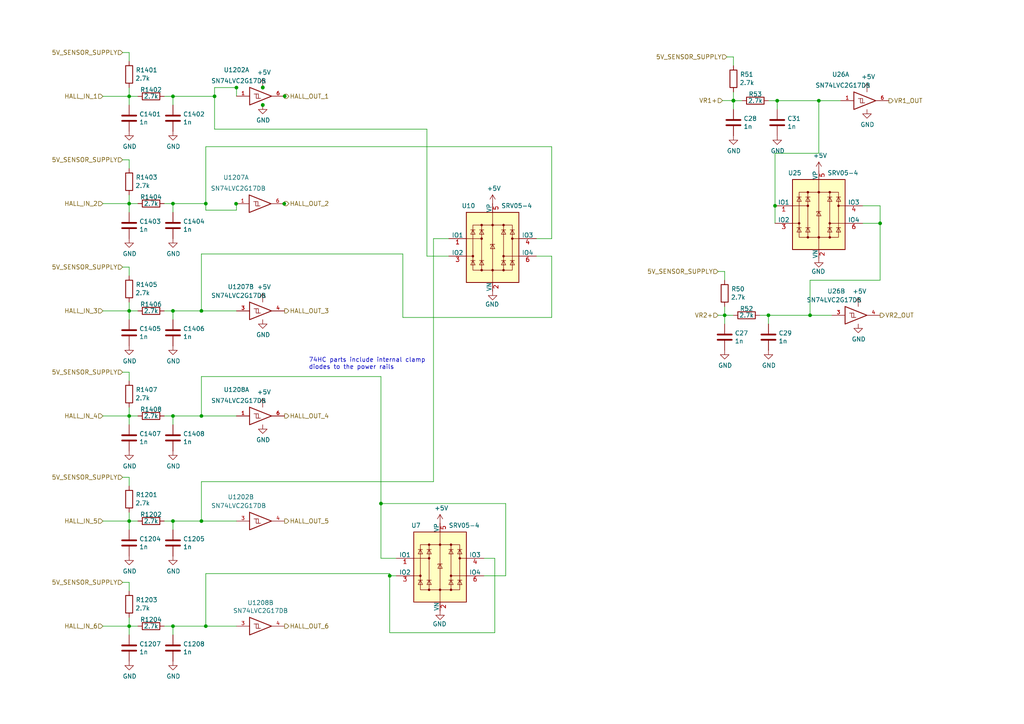
<source format=kicad_sch>
(kicad_sch (version 20211123) (generator eeschema)
  (paper "A4")
  (title_block (title "rusEfi Proteus") (date "2022-04-09") (rev "v0.7") (company "rusEFI") (comment 1 "github.com/mck1117/proteus") (comment 2 "rusefi.com/s/proteus"))
  (lib_symbols
    (symbol "74xGxx:74LVC2G17" (pin_names (offset 1.016))
      (property "Reference" "U" (at -2.54 3.81 0))
      (property "Value" "74LVC2G17" (at 0 -3.81 0))
      (symbol "74LVC2G17_0_1"
        (polyline (pts (xy -1.905 0.635) (xy -1.27 0.635) (xy -1.27 -0.635)))
        (polyline (pts (xy -3.81 2.54) (xy -3.81 -2.54) (xy 2.54 0) (xy -3.81 2.54)) (stroke (width 0.254)))
        (polyline (pts (xy -2.54 0.635) (xy -1.905 0.635) (xy -1.905 -0.635) (xy -0.635 -0.635)))
        (pin power_in line (at 0 -2.54 270) (length 0) hide (name "GND") (number "2"))
        (pin power_in line (at 0 2.54 90) (length 0) hide (name "VCC") (number "5"))
      )
      (symbol "74LVC2G17_1_1"
        (pin input line (at -7.62 0 0) (length 3.81) (name "~") (number "1"))
        (pin output line (at 6.35 0 180) (length 3.81) (name "~") (number "6"))
      )
      (symbol "74LVC2G17_2_1"
        (pin input line (at -7.62 0 0) (length 3.81) (name "~") (number "3"))
        (pin output line (at 6.35 0 180) (length 3.81) (name "~") (number "4"))
      )
    )
    (symbol "Device:C" (pin_numbers hide) (pin_names (offset 0.254))
      (property "Reference" "C" (at 0.635 2.54 0))
      (property "Value" "C" (at 0.635 -2.54 0))
      (symbol "C_0_1"
        (polyline (pts (xy -2.032 -0.762) (xy 2.032 -0.762)) (stroke (width 0.508)))
        (polyline (pts (xy -2.032 0.762) (xy 2.032 0.762)) (stroke (width 0.508)))
      )
      (symbol "C_1_1"
        (pin passive line (at 0 3.81 270) (length 2.794) (name "~") (number "1"))
        (pin passive line (at 0 -3.81 90) (length 2.794) (name "~") (number "2"))
      )
    )
    (symbol "Device:R" (pin_numbers hide) (pin_names (offset 0))
      (property "Reference" "R" (at 2.032 0 90))
      (property "Value" "R" (at 0 0 90))
      (symbol "R_0_1"
        (rectangle (start -1.016 -2.54) (end 1.016 2.54) (stroke (width 0.254)))
      )
      (symbol "R_1_1"
        (pin passive line (at 0 3.81 270) (length 1.27) (name "~") (number "1"))
        (pin passive line (at 0 -3.81 90) (length 1.27) (name "~") (number "2"))
      )
    )
    (symbol "Power_Protection:SRV05-4" (pin_names (offset 0))
      (property "Reference" "U" (at -5.08 11.43 0))
      (property "Value" "SRV05-4" (at 2.54 11.43 0))
      (symbol "SRV05-4_0_0"
        (rectangle (start -5.715 6.477) (end 5.715 -6.604))
        (polyline (pts (xy -3.175 -6.604) (xy -3.175 6.477)))
        (polyline (pts (xy 3.175 6.477) (xy 3.175 -6.604)))
      )
      (symbol "SRV05-4_0_1"
        (rectangle (start -7.62 10.16) (end 7.62 -10.16) (stroke (width 0.254)) (fill (type background)))
        (circle (center -5.715 -2.54) (radius 0.2794) (fill (type outline)))
        (circle (center -3.175 -6.604) (radius 0.2794) (fill (type outline)))
        (circle (center -3.175 2.54) (radius 0.2794) (fill (type outline)))
        (circle (center -3.175 6.477) (radius 0.2794) (fill (type outline)))
        (circle (center 0 -6.604) (radius 0.2794) (fill (type outline)))
        (polyline (pts (xy -7.747 2.54) (xy -3.175 2.54)))
        (polyline (pts (xy -7.62 -2.54) (xy -5.715 -2.54)))
        (polyline (pts (xy -5.08 -3.81) (xy -6.35 -3.81)))
        (polyline (pts (xy -5.08 5.08) (xy -6.35 5.08)))
        (polyline (pts (xy -2.54 -3.81) (xy -3.81 -3.81)))
        (polyline (pts (xy -2.54 5.08) (xy -3.81 5.08)))
        (polyline (pts (xy 0 10.16) (xy 0 -10.16)))
        (polyline (pts (xy 3.81 -3.81) (xy 2.54 -3.81)))
        (polyline (pts (xy 3.81 5.08) (xy 2.54 5.08)))
        (polyline (pts (xy 6.35 -3.81) (xy 5.08 -3.81)))
        (polyline (pts (xy 6.35 5.08) (xy 5.08 5.08)))
        (polyline (pts (xy 7.62 -2.54) (xy 3.175 -2.54)))
        (polyline (pts (xy 7.62 2.54) (xy 5.715 2.54)))
        (polyline (pts (xy 0.635 0.889) (xy -0.635 0.889) (xy -0.635 0.635)))
        (polyline (pts (xy -5.08 -5.08) (xy -6.35 -5.08) (xy -5.715 -3.81) (xy -5.08 -5.08)))
        (polyline (pts (xy -5.08 3.81) (xy -6.35 3.81) (xy -5.715 5.08) (xy -5.08 3.81)))
        (polyline (pts (xy -2.54 -5.08) (xy -3.81 -5.08) (xy -3.175 -3.81) (xy -2.54 -5.08)))
        (polyline (pts (xy -2.54 3.81) (xy -3.81 3.81) (xy -3.175 5.08) (xy -2.54 3.81)))
        (polyline (pts (xy 0.635 -0.381) (xy -0.635 -0.381) (xy 0 0.889) (xy 0.635 -0.381)))
        (polyline (pts (xy 3.81 -5.08) (xy 2.54 -5.08) (xy 3.175 -3.81) (xy 3.81 -5.08)))
        (polyline (pts (xy 3.81 3.81) (xy 2.54 3.81) (xy 3.175 5.08) (xy 3.81 3.81)))
        (polyline (pts (xy 6.35 -5.08) (xy 5.08 -5.08) (xy 5.715 -3.81) (xy 6.35 -5.08)))
        (polyline (pts (xy 6.35 3.81) (xy 5.08 3.81) (xy 5.715 5.08) (xy 6.35 3.81)))
        (circle (center 0 6.477) (radius 0.2794) (fill (type outline)))
        (circle (center 3.175 -6.604) (radius 0.2794) (fill (type outline)))
        (circle (center 3.175 -2.54) (radius 0.2794) (fill (type outline)))
        (circle (center 3.175 6.477) (radius 0.2794) (fill (type outline)))
        (circle (center 5.715 2.54) (radius 0.2794) (fill (type outline)))
      )
      (symbol "SRV05-4_1_1"
        (pin passive line (at -12.7 2.54 0) (length 5.08) (name "IO1") (number "1"))
        (pin passive line (at 0 -12.7 90) (length 2.54) (name "VN") (number "2"))
        (pin passive line (at -12.7 -2.54 0) (length 5.08) (name "IO2") (number "3"))
        (pin passive line (at 12.7 2.54 180) (length 5.08) (name "IO3") (number "4"))
        (pin passive line (at 0 12.7 270) (length 2.54) (name "VP") (number "5"))
        (pin passive line (at 12.7 -2.54 180) (length 5.08) (name "IO4") (number "6"))
      )
    )
    (symbol "power:+5V" (power) (pin_names (offset 0))
      (property "Value" "+5V" (at 0 3.556 0))
      (symbol "+5V_0_1"
        (polyline (pts (xy -0.762 1.27) (xy 0 2.54)))
        (polyline (pts (xy 0 0) (xy 0 2.54)))
        (polyline (pts (xy 0 2.54) (xy 0.762 1.27)))
      )
      (symbol "+5V_1_1"
        (pin power_in line (at 0 0 90) (length 0) hide (name "+5V") (number "1"))
      )
    )
    (symbol "power:GND" (power) (pin_names (offset 0))
      (property "Value" "GND" (at 0 -3.81 0))
      (symbol "GND_0_1"
        (polyline (pts (xy 0 0) (xy 0 -1.27) (xy 1.27 -1.27) (xy 0 -2.54) (xy -1.27 -1.27) (xy 0 -1.27)))
      )
      (symbol "GND_1_1"
        (pin power_in line (at 0 0 270) (length 0) hide (name "GND") (number "1"))
      )
    )
  )
  (junction (at 37.465 120.65))
  (junction (at 37.465 151.13))
  (junction (at 50.165 27.94))
  (junction (at 68.4657 59.093))
  (junction (at 50.165 90.17))
  (junction (at 37.465 181.61))
  (junction (at 212.725 29.1658))
  (junction (at 50.165 120.65))
  (junction (at 37.465 59.055))
  (junction (at 59.69 59.055))
  (junction (at 50.165 181.61))
  (junction (at 50.165 59.055))
  (junction (at 212.725 29.21))
  (junction (at 76.2217 30.4364))
  (junction (at 68.58 25.4))
  (junction (at 59.69 181.61))
  (junction (at 62.23 27.94))
  (junction (at 255.27 64.77))
  (junction (at 210.185 91.44))
  (junction (at 237.49 29.21))
  (junction (at 76.2217 25.3564))
  (junction (at 224.79 59.69))
  (junction (at 58.42 120.65))
  (junction (at 113.03 167.005))
  (junction (at 82.5717 27.8964))
  (junction (at 110.49 146.05))
  (junction (at 58.42 90.17))
  (junction (at 58.42 151.13))
  (junction (at 222.885 91.44))
  (junction (at 76.2 30.48))
  (junction (at 82.4357 59.093))
  (junction (at 234.95 91.44))
  (junction (at 225.425 29.21))
  (junction (at 76.2 25.4))
  (junction (at 50.165 151.13))
  (junction (at 37.465 90.17))
  (junction (at 37.465 27.94))
  (wire (pts (xy 68.6017 25.4) (xy 68.58 25.4)))
  (wire (pts (xy 58.42 120.65) (xy 68.58 120.65)))
  (wire (pts (xy 37.465 118.11) (xy 37.465 120.65)))
  (wire (pts (xy 208.28 78.74) (xy 210.185 78.74)))
  (wire (pts (xy 37.465 120.65) (xy 40.005 120.65)))
  (wire (pts (xy 212.725 29.1658) (xy 212.725 29.21)))
  (wire (pts (xy 113.03 167.005) (xy 113.03 183.515)))
  (wire (pts (xy 237.49 29.21) (xy 243.84 29.21)))
  (wire (pts (xy 225.425 29.21) (xy 222.885 29.21)))
  (wire (pts (xy 50.165 90.17) (xy 47.625 90.17)))
  (wire (pts (xy 29.845 27.94) (xy 37.465 27.94)))
  (wire (pts (xy 59.69 60.96) (xy 59.69 59.055)))
  (wire (pts (xy 35.56 138.43) (xy 37.465 138.43)))
  (wire (pts (xy 125.73 69.215) (xy 125.73 139.7)))
  (wire (pts (xy 50.165 151.13) (xy 50.165 153.67)))
  (wire (pts (xy 76.2 30.48) (xy 76.2 30.4364)))
  (wire (pts (xy 222.885 91.44) (xy 234.95 91.44)))
  (wire (pts (xy 143.51 161.925) (xy 140.335 161.925)))
  (wire (pts (xy 35.56 168.91) (xy 37.465 168.91)))
  (wire (pts (xy 76.2 25.4) (xy 76.2 25.3564)))
  (wire (pts (xy 210.185 91.44) (xy 212.725 91.44)))
  (wire (pts (xy 210.185 88.9) (xy 210.185 91.44)))
  (wire (pts (xy 37.465 181.61) (xy 40.005 181.61)))
  (wire (pts (xy 29.845 120.65) (xy 37.465 120.65)))
  (wire (pts (xy 113.03 166.37) (xy 113.03 167.005)))
  (wire (pts (xy 110.49 109.22) (xy 58.42 109.22)))
  (wire (pts (xy 82.55 27.94) (xy 82.55 27.8964)))
  (wire (pts (xy 29.845 59.055) (xy 37.465 59.055)))
  (wire (pts (xy 37.465 107.95) (xy 37.465 110.49)))
  (wire (pts (xy 37.465 87.63) (xy 37.465 90.17)))
  (wire (pts (xy 50.165 59.055) (xy 47.625 59.055)))
  (wire (pts (xy 114.935 161.925) (xy 110.49 161.925)))
  (wire (pts (xy 160.02 74.295) (xy 155.575 74.295)))
  (wire (pts (xy 255.27 64.77) (xy 255.27 81.28)))
  (wire (pts (xy 37.465 90.17) (xy 40.005 90.17)))
  (wire (pts (xy 37.465 153.67) (xy 37.465 151.13)))
  (wire (pts (xy 62.23 37.465) (xy 62.23 27.94)))
  (wire (pts (xy 123.825 37.465) (xy 123.825 74.295)))
  (wire (pts (xy 212.725 29.21) (xy 215.265 29.21)))
  (wire (pts (xy 50.165 181.61) (xy 47.625 181.61)))
  (wire (pts (xy 62.23 25.4) (xy 62.23 27.94)))
  (wire (pts (xy 50.165 27.94) (xy 62.23 27.94)))
  (wire (pts (xy 234.95 81.28) (xy 234.95 91.44)))
  (wire (pts (xy 58.42 139.7) (xy 125.73 139.7)))
  (wire (pts (xy 143.51 183.515) (xy 143.51 161.925)))
  (wire (pts (xy 58.42 90.17) (xy 68.58 90.17)))
  (wire (pts (xy 160.02 69.215) (xy 155.575 69.215)))
  (wire (pts (xy 50.165 181.61) (xy 50.165 184.15)))
  (wire (pts (xy 82.55 27.8964) (xy 82.5717 27.8964)))
  (wire (pts (xy 29.845 90.17) (xy 37.465 90.17)))
  (wire (pts (xy 68.58 59.093) (xy 68.4657 59.093)))
  (wire (pts (xy 37.465 148.59) (xy 37.465 151.13)))
  (wire (pts (xy 35.56 15.24) (xy 37.465 15.24)))
  (wire (pts (xy 146.685 167.005) (xy 146.685 146.05)))
  (wire (pts (xy 50.165 181.61) (xy 59.69 181.61)))
  (wire (pts (xy 59.69 60.96) (xy 68.58 60.96)))
  (wire (pts (xy 212.725 16.51) (xy 212.725 19.05)))
  (wire (pts (xy 255.27 64.77) (xy 255.27 59.69)))
  (wire (pts (xy 59.69 181.61) (xy 68.58 181.61)))
  (wire (pts (xy 50.165 59.055) (xy 59.69 59.055)))
  (wire (pts (xy 237.49 29.21) (xy 237.49 44.45)))
  (wire (pts (xy 125.73 69.215) (xy 130.175 69.215)))
  (wire (pts (xy 50.165 27.94) (xy 50.165 30.48)))
  (wire (pts (xy 234.95 91.44) (xy 241.3 91.44)))
  (wire (pts (xy 35.56 77.47) (xy 37.465 77.47)))
  (wire (pts (xy 113.03 167.005) (xy 114.935 167.005)))
  (wire (pts (xy 37.465 61.595) (xy 37.465 59.055)))
  (wire (pts (xy 37.465 151.13) (xy 40.005 151.13)))
  (wire (pts (xy 110.49 146.05) (xy 110.49 161.925)))
  (wire (pts (xy 224.79 59.69) (xy 224.79 64.77)))
  (wire (pts (xy 160.02 92.075) (xy 160.02 74.295)))
  (wire (pts (xy 82.4643 59.055) (xy 82.55 59.055)))
  (wire (pts (xy 58.42 73.66) (xy 58.42 90.17)))
  (wire (pts (xy 62.23 25.4) (xy 68.58 25.4)))
  (wire (pts (xy 50.165 90.17) (xy 58.42 90.17)))
  (wire (pts (xy 212.725 31.75) (xy 212.725 29.21)))
  (wire (pts (xy 29.845 151.13) (xy 37.465 151.13)))
  (wire (pts (xy 37.465 179.07) (xy 37.465 181.61)))
  (wire (pts (xy 76.2 25.3564) (xy 76.2217 25.3564)))
  (wire (pts (xy 208.28 91.44) (xy 210.185 91.44)))
  (wire (pts (xy 37.465 92.71) (xy 37.465 90.17)))
  (wire (pts (xy 110.49 109.22) (xy 110.49 146.05)))
  (wire (pts (xy 50.165 120.65) (xy 58.42 120.65)))
  (wire (pts (xy 50.165 90.17) (xy 50.165 92.71)))
  (wire (pts (xy 116.84 73.66) (xy 58.42 73.66)))
  (wire (pts (xy 116.84 92.075) (xy 160.02 92.075)))
  (wire (pts (xy 68.6017 27.8964) (xy 68.6017 25.4)))
  (wire (pts (xy 234.95 81.28) (xy 255.27 81.28)))
  (wire (pts (xy 37.465 184.15) (xy 37.465 181.61)))
  (wire (pts (xy 209.55 29.1658) (xy 212.725 29.1658)))
  (wire (pts (xy 37.465 59.055) (xy 40.005 59.055)))
  (wire (pts (xy 37.465 56.515) (xy 37.465 59.055)))
  (wire (pts (xy 50.165 59.055) (xy 50.165 61.595)))
  (wire (pts (xy 59.69 42.545) (xy 59.69 59.055)))
  (wire (pts (xy 222.885 91.44) (xy 220.345 91.44)))
  (wire (pts (xy 58.42 151.13) (xy 68.58 151.13)))
  (wire (pts (xy 225.425 29.21) (xy 225.425 31.75)))
  (wire (pts (xy 58.42 151.13) (xy 58.42 139.7)))
  (wire (pts (xy 68.58 60.96) (xy 68.58 59.093)))
  (wire (pts (xy 222.885 91.44) (xy 222.885 93.98)))
  (wire (pts (xy 37.465 138.43) (xy 37.465 140.97)))
  (wire (pts (xy 123.825 37.465) (xy 62.23 37.465)))
  (wire (pts (xy 146.685 146.05) (xy 110.49 146.05)))
  (wire (pts (xy 37.465 27.94) (xy 40.005 27.94)))
  (wire (pts (xy 76.2 30.4364) (xy 76.2217 30.4364)))
  (wire (pts (xy 255.27 59.69) (xy 250.19 59.69)))
  (wire (pts (xy 123.825 74.295) (xy 130.175 74.295)))
  (wire (pts (xy 59.69 166.37) (xy 113.03 166.37)))
  (wire (pts (xy 37.465 30.48) (xy 37.465 27.94)))
  (wire (pts (xy 212.725 26.67) (xy 212.725 29.1658)))
  (wire (pts (xy 29.845 181.61) (xy 37.465 181.61)))
  (wire (pts (xy 58.42 109.22) (xy 58.42 120.65)))
  (wire (pts (xy 37.465 15.24) (xy 37.465 17.78)))
  (wire (pts (xy 210.185 78.74) (xy 210.185 81.28)))
  (wire (pts (xy 210.82 16.51) (xy 212.725 16.51)))
  (wire (pts (xy 82.4357 59.093) (xy 82.4643 59.055)))
  (wire (pts (xy 50.165 151.13) (xy 47.625 151.13)))
  (wire (pts (xy 116.84 73.66) (xy 116.84 92.075)))
  (wire (pts (xy 50.165 27.94) (xy 47.625 27.94)))
  (wire (pts (xy 160.02 42.545) (xy 160.02 69.215)))
  (wire (pts (xy 224.79 44.45) (xy 237.49 44.45)))
  (wire (pts (xy 224.79 59.69) (xy 224.79 44.45)))
  (wire (pts (xy 35.56 46.355) (xy 37.465 46.355)))
  (wire (pts (xy 37.465 46.355) (xy 37.465 48.895)))
  (wire (pts (xy 140.335 167.005) (xy 146.685 167.005)))
  (wire (pts (xy 37.465 123.19) (xy 37.465 120.65)))
  (wire (pts (xy 225.425 29.21) (xy 237.49 29.21)))
  (wire (pts (xy 113.03 183.515) (xy 143.51 183.515)))
  (wire (pts (xy 250.19 64.77) (xy 255.27 64.77)))
  (wire (pts (xy 210.185 93.98) (xy 210.185 91.44)))
  (wire (pts (xy 35.56 107.95) (xy 37.465 107.95)))
  (wire (pts (xy 37.465 77.47) (xy 37.465 80.01)))
  (wire (pts (xy 37.465 25.4) (xy 37.465 27.94)))
  (wire (pts (xy 50.165 151.13) (xy 58.42 151.13)))
  (wire (pts (xy 37.465 168.91) (xy 37.465 171.45)))
  (wire (pts (xy 160.02 42.545) (xy 59.69 42.545)))
  (wire (pts (xy 50.165 120.65) (xy 50.165 123.19)))
  (wire (pts (xy 59.69 181.61) (xy 59.69 166.37)))
  (wire (pts (xy 50.165 120.65) (xy 47.625 120.65)))
  (text "74HC parts include internal clamp\ndiodes to the power rails\n" (at 89.535 107.315 0) (effects (font (size 1.27 1.27)) (justify left bottom)))
  (hierarchical_label "HALL_OUT_1" (shape output) (at 82.55 27.94 0))
  (hierarchical_label "5V_SENSOR_SUPPLY" (shape input) (at 35.56 107.95 180))
  (hierarchical_label "HALL_OUT_2" (shape output) (at 82.55 59.055 0))
  (hierarchical_label "5V_SENSOR_SUPPLY" (shape input) (at 35.56 138.43 180))
  (hierarchical_label "HALL_IN_6" (shape input) (at 29.845 181.61 180))
  (hierarchical_label "5V_SENSOR_SUPPLY" (shape input) (at 208.28 78.74 180))
  (hierarchical_label "HALL_OUT_5" (shape output) (at 82.55 151.13 0))
  (hierarchical_label "VR1+" (shape input) (at 209.55 29.1658 180))
  (hierarchical_label "HALL_IN_3" (shape input) (at 29.845 90.17 180))
  (hierarchical_label "HALL_OUT_3" (shape output) (at 82.55 90.17 0))
  (hierarchical_label "5V_SENSOR_SUPPLY" (shape input) (at 35.56 77.47 180))
  (hierarchical_label "5V_SENSOR_SUPPLY" (shape input) (at 35.56 15.24 180))
  (hierarchical_label "HALL_IN_2" (shape input) (at 29.845 59.055 180))
  (hierarchical_label "VR1_OUT" (shape output) (at 257.81 29.21 0))
  (hierarchical_label "HALL_IN_5" (shape input) (at 29.845 151.13 180))
  (hierarchical_label "VR2_OUT" (shape output) (at 255.27 91.44 0))
  (hierarchical_label "HALL_OUT_6" (shape output) (at 82.55 181.61 0))
  (hierarchical_label "5V_SENSOR_SUPPLY" (shape input) (at 35.56 168.91 180))
  (hierarchical_label "5V_SENSOR_SUPPLY" (shape input) (at 35.56 46.355 180))
  (hierarchical_label "HALL_OUT_4" (shape output) (at 82.55 120.65 0))
  (hierarchical_label "VR2+" (shape input) (at 208.28 91.44 180))
  (hierarchical_label "5V_SENSOR_SUPPLY" (shape input) (at 210.82 16.51 180))
  (hierarchical_label "HALL_IN_1" (shape input) (at 29.845 27.94 180))
  (hierarchical_label "HALL_IN_4" (shape input) (at 29.845 120.65 180))
  (symbol (lib_id "Device:R") (at 37.465 144.78 0) (unit 1)
    (property "Reference" "R1201" (at 39.37 143.51 0) (effects (justify left)))
    (property "Value" "2.7k" (at 39.243 145.923 0) (effects (justify left)))
    (property "Footprint" "Resistor_SMD:R_0603_1608Metric" (effects hide))
    (property "LCSC" "C13167" (effects hide))
    (property "LCSC_ext" "0" (effects hide))
  )
  (symbol (lib_id "Device:R") (at 43.815 151.13 270) (unit 1)
    (property "Reference" "R1202" (at 43.815 149.225 90))
    (property "Value" "2.7k" (at 43.815 151.13 90))
    (property "Footprint" "Resistor_SMD:R_0603_1608Metric" (effects hide))
    (property "LCSC" "C13167" (effects hide))
    (property "LCSC_ext" "0" (effects hide))
  )
  (symbol (lib_id "Device:C") (at 50.165 157.48 0) (unit 1)
    (property "Reference" "C1205" (at 53.086 156.3116 0) (effects (justify left)))
    (property "Value" "1n" (at 53.086 158.623 0) (effects (justify left)))
    (property "Footprint" "Capacitor_SMD:C_0603_1608Metric" (effects hide))
    (property "LCSC" "C1588" (effects hide))
    (property "LCSC_ext" "0" (effects hide))
  )
  (symbol (lib_id "power:GND") (at 50.165 161.29 0) (unit 1)
    (property "Reference" "#PWR0113" (effects hide))
    (property "Value" "GND" (at 50.292 165.6842 0))
  )
  (symbol (lib_id "Device:C") (at 37.465 157.48 0) (unit 1)
    (property "Reference" "C1204" (at 40.386 156.3116 0) (effects (justify left)))
    (property "Value" "1n" (at 40.386 158.623 0) (effects (justify left)))
    (property "Footprint" "Capacitor_SMD:C_0603_1608Metric" (effects hide))
    (property "LCSC" "C1588" (effects hide))
    (property "LCSC_ext" "0" (effects hide))
  )
  (symbol (lib_id "power:GND") (at 37.465 161.29 0) (unit 1)
    (property "Reference" "#PWR0115" (effects hide))
    (property "Value" "GND" (at 37.592 165.6842 0))
  )
  (symbol (lib_id "Device:R") (at 37.465 175.26 0) (unit 1)
    (property "Reference" "R1203" (at 39.37 173.99 0) (effects (justify left)))
    (property "Value" "2.7k" (at 39.243 176.403 0) (effects (justify left)))
    (property "Footprint" "Resistor_SMD:R_0603_1608Metric" (effects hide))
    (property "LCSC" "C13167" (effects hide))
    (property "LCSC_ext" "0" (effects hide))
  )
  (symbol (lib_id "Device:R") (at 43.815 181.61 270) (unit 1)
    (property "Reference" "R1204" (at 43.815 179.705 90))
    (property "Value" "2.7k" (at 43.815 181.61 90))
    (property "Footprint" "Resistor_SMD:R_0603_1608Metric" (effects hide))
    (property "LCSC" "C13167" (effects hide))
    (property "LCSC_ext" "0" (effects hide))
  )
  (symbol (lib_id "Device:C") (at 50.165 187.96 0) (unit 1)
    (property "Reference" "C1208" (at 53.086 186.7916 0) (effects (justify left)))
    (property "Value" "1n" (at 53.086 189.103 0) (effects (justify left)))
    (property "Footprint" "Capacitor_SMD:C_0603_1608Metric" (effects hide))
    (property "LCSC" "C1588" (effects hide))
    (property "LCSC_ext" "0" (effects hide))
  )
  (symbol (lib_id "power:GND") (at 50.165 191.77 0) (unit 1)
    (property "Reference" "#PWR0117" (effects hide))
    (property "Value" "GND" (at 50.292 196.1642 0))
  )
  (symbol (lib_id "Device:C") (at 37.465 187.96 0) (unit 1)
    (property "Reference" "C1207" (at 40.386 186.7916 0) (effects (justify left)))
    (property "Value" "1n" (at 40.386 189.103 0) (effects (justify left)))
    (property "Footprint" "Capacitor_SMD:C_0603_1608Metric" (effects hide))
    (property "LCSC" "C1588" (effects hide))
    (property "LCSC_ext" "0" (effects hide))
  )
  (symbol (lib_id "power:GND") (at 37.465 191.77 0) (unit 1)
    (property "Reference" "#PWR0119" (effects hide))
    (property "Value" "GND" (at 37.592 196.1642 0))
  )
  (symbol (lib_id "Device:R") (at 37.465 21.59 0) (unit 1)
    (property "Reference" "R1401" (at 39.37 20.32 0) (effects (justify left)))
    (property "Value" "2.7k" (at 39.243 22.733 0) (effects (justify left)))
    (property "Footprint" "Resistor_SMD:R_0603_1608Metric" (effects hide))
    (property "LCSC" "C13167" (effects hide))
    (property "LCSC_ext" "0" (effects hide))
  )
  (symbol (lib_id "Device:R") (at 43.815 27.94 270) (unit 1)
    (property "Reference" "R1402" (at 43.815 26.035 90))
    (property "Value" "2.7k" (at 43.815 27.94 90))
    (property "Footprint" "Resistor_SMD:R_0603_1608Metric" (effects hide))
    (property "LCSC" "C13167" (effects hide))
    (property "LCSC_ext" "0" (effects hide))
  )
  (symbol (lib_id "Device:C") (at 50.165 34.29 0) (unit 1)
    (property "Reference" "C1402" (at 53.086 33.1216 0) (effects (justify left)))
    (property "Value" "1n" (at 53.086 35.433 0) (effects (justify left)))
    (property "Footprint" "Capacitor_SMD:C_0603_1608Metric" (effects hide))
    (property "LCSC" "C1588" (effects hide))
    (property "LCSC_ext" "0" (effects hide))
  )
  (symbol (lib_id "power:GND") (at 50.165 38.1 0) (unit 1)
    (property "Reference" "#PWR01404" (effects hide))
    (property "Value" "GND" (at 50.292 42.4942 0))
  )
  (symbol (lib_id "Device:C") (at 37.465 34.29 0) (unit 1)
    (property "Reference" "C1401" (at 40.386 33.1216 0) (effects (justify left)))
    (property "Value" "1n" (at 40.386 35.433 0) (effects (justify left)))
    (property "Footprint" "Capacitor_SMD:C_0603_1608Metric" (effects hide))
    (property "LCSC" "C1588" (effects hide))
    (property "LCSC_ext" "0" (effects hide))
  )
  (symbol (lib_id "power:GND") (at 37.465 38.1 0) (unit 1)
    (property "Reference" "#PWR01403" (effects hide))
    (property "Value" "GND" (at 37.592 42.4942 0))
  )
  (symbol (lib_id "Device:R") (at 37.465 52.705 0) (unit 1)
    (property "Reference" "R1403" (at 39.37 51.435 0) (effects (justify left)))
    (property "Value" "2.7k" (at 39.243 53.848 0) (effects (justify left)))
    (property "Footprint" "Resistor_SMD:R_0603_1608Metric" (effects hide))
    (property "LCSC" "C13167" (effects hide))
    (property "LCSC_ext" "0" (effects hide))
  )
  (symbol (lib_id "Device:R") (at 43.815 59.055 270) (unit 1)
    (property "Reference" "R1404" (at 43.815 57.15 90))
    (property "Value" "2.7k" (at 43.815 59.055 90))
    (property "Footprint" "Resistor_SMD:R_0603_1608Metric" (effects hide))
    (property "LCSC" "C13167" (effects hide))
    (property "LCSC_ext" "0" (effects hide))
  )
  (symbol (lib_id "Device:C") (at 50.165 65.405 0) (unit 1)
    (property "Reference" "C1404" (at 53.086 64.2366 0) (effects (justify left)))
    (property "Value" "1n" (at 53.086 66.548 0) (effects (justify left)))
    (property "Footprint" "Capacitor_SMD:C_0603_1608Metric" (effects hide))
    (property "LCSC" "C1588" (effects hide))
    (property "LCSC_ext" "0" (effects hide))
  )
  (symbol (lib_id "power:GND") (at 50.165 69.215 0) (unit 1)
    (property "Reference" "#PWR01408" (effects hide))
    (property "Value" "GND" (at 50.292 73.6092 0))
  )
  (symbol (lib_id "Device:C") (at 37.465 65.405 0) (unit 1)
    (property "Reference" "C1403" (at 40.386 64.2366 0) (effects (justify left)))
    (property "Value" "1n" (at 40.386 66.548 0) (effects (justify left)))
    (property "Footprint" "Capacitor_SMD:C_0603_1608Metric" (effects hide))
    (property "LCSC" "C1588" (effects hide))
    (property "LCSC_ext" "0" (effects hide))
  )
  (symbol (lib_id "power:GND") (at 37.465 69.215 0) (unit 1)
    (property "Reference" "#PWR01407" (effects hide))
    (property "Value" "GND" (at 37.592 73.6092 0))
  )
  (symbol (lib_id "Device:R") (at 37.465 83.82 0) (unit 1)
    (property "Reference" "R1405" (at 39.37 82.55 0) (effects (justify left)))
    (property "Value" "2.7k" (at 39.243 84.963 0) (effects (justify left)))
    (property "Footprint" "Resistor_SMD:R_0603_1608Metric" (effects hide))
    (property "LCSC" "C13167" (effects hide))
    (property "LCSC_ext" "0" (effects hide))
  )
  (symbol (lib_id "Device:R") (at 43.815 90.17 270) (unit 1)
    (property "Reference" "R1406" (at 43.815 88.265 90))
    (property "Value" "2.7k" (at 43.815 90.17 90))
    (property "Footprint" "Resistor_SMD:R_0603_1608Metric" (effects hide))
    (property "LCSC" "C13167" (effects hide))
    (property "LCSC_ext" "0" (effects hide))
  )
  (symbol (lib_id "Device:C") (at 50.165 96.52 0) (unit 1)
    (property "Reference" "C1406" (at 53.086 95.3516 0) (effects (justify left)))
    (property "Value" "1n" (at 53.086 97.663 0) (effects (justify left)))
    (property "Footprint" "Capacitor_SMD:C_0603_1608Metric" (effects hide))
    (property "LCSC" "C1588" (effects hide))
    (property "LCSC_ext" "0" (effects hide))
  )
  (symbol (lib_id "power:GND") (at 50.165 100.33 0) (unit 1)
    (property "Reference" "#PWR01412" (effects hide))
    (property "Value" "GND" (at 50.292 104.7242 0))
  )
  (symbol (lib_id "Device:C") (at 37.465 96.52 0) (unit 1)
    (property "Reference" "C1405" (at 40.386 95.3516 0) (effects (justify left)))
    (property "Value" "1n" (at 40.386 97.663 0) (effects (justify left)))
    (property "Footprint" "Capacitor_SMD:C_0603_1608Metric" (effects hide))
    (property "LCSC" "C1588" (effects hide))
    (property "LCSC_ext" "0" (effects hide))
  )
  (symbol (lib_id "power:GND") (at 37.465 100.33 0) (unit 1)
    (property "Reference" "#PWR01411" (effects hide))
    (property "Value" "GND" (at 37.592 104.7242 0))
  )
  (symbol (lib_id "Device:R") (at 37.465 114.3 0) (unit 1)
    (property "Reference" "R1407" (at 39.37 113.03 0) (effects (justify left)))
    (property "Value" "2.7k" (at 39.243 115.443 0) (effects (justify left)))
    (property "Footprint" "Resistor_SMD:R_0603_1608Metric" (effects hide))
    (property "LCSC" "C13167" (effects hide))
    (property "LCSC_ext" "0" (effects hide))
  )
  (symbol (lib_id "Device:R") (at 43.815 120.65 270) (unit 1)
    (property "Reference" "R1408" (at 43.815 118.745 90))
    (property "Value" "2.7k" (at 43.815 120.65 90))
    (property "Footprint" "Resistor_SMD:R_0603_1608Metric" (effects hide))
    (property "LCSC" "C13167" (effects hide))
    (property "LCSC_ext" "0" (effects hide))
  )
  (symbol (lib_id "Device:C") (at 50.165 127 0) (unit 1)
    (property "Reference" "C1408" (at 53.086 125.8316 0) (effects (justify left)))
    (property "Value" "1n" (at 53.086 128.143 0) (effects (justify left)))
    (property "Footprint" "Capacitor_SMD:C_0603_1608Metric" (effects hide))
    (property "LCSC" "C1588" (effects hide))
    (property "LCSC_ext" "0" (effects hide))
  )
  (symbol (lib_id "power:GND") (at 50.165 130.81 0) (unit 1)
    (property "Reference" "#PWR01416" (effects hide))
    (property "Value" "GND" (at 50.292 135.2042 0))
  )
  (symbol (lib_id "Device:C") (at 37.465 127 0) (unit 1)
    (property "Reference" "C1407" (at 40.386 125.8316 0) (effects (justify left)))
    (property "Value" "1n" (at 40.386 128.143 0) (effects (justify left)))
    (property "Footprint" "Capacitor_SMD:C_0603_1608Metric" (effects hide))
    (property "LCSC" "C1588" (effects hide))
    (property "LCSC_ext" "0" (effects hide))
  )
  (symbol (lib_id "power:GND") (at 37.465 130.81 0) (unit 1)
    (property "Reference" "#PWR01415" (effects hide))
    (property "Value" "GND" (at 37.592 135.2042 0))
  )
  (symbol (lib_id "power:GND") (at 76.2 92.71 0) (unit 1)
    (property "Reference" "#PWR0281" (effects hide))
    (property "Value" "GND" (at 76.327 97.1042 0))
  )
  (symbol (lib_id "power:GND") (at 76.2 30.48 0) (unit 1)
    (property "Reference" "#PWR0122" (effects hide))
    (property "Value" "GND" (at 76.327 34.8742 0))
  )
  (symbol (lib_id "power:GND") (at 76.2 123.19 0) (unit 1)
    (property "Reference" "#PWR0285" (effects hide))
    (property "Value" "GND" (at 76.327 127.5842 0))
  )
  (symbol (lib_id "power:+5V") (at 76.2 118.11 0) (unit 1)
    (property "Reference" "#PWR0114" (effects hide))
    (property "Value" "+5V" (at 76.581 113.7158 0))
  )
  (symbol (lib_id "power:+5V") (at 76.2 87.63 0) (unit 1)
    (property "Reference" "#PWR0116" (effects hide))
    (property "Value" "+5V" (at 76.581 83.2358 0))
  )
  (symbol (lib_id "power:+5V") (at 76.2 25.4 0) (unit 1)
    (property "Reference" "#PWR0118" (effects hide))
    (property "Value" "+5V" (at 76.581 21.0058 0))
  )
  (symbol (lib_id "Device:C") (at 225.425 35.56 0) (unit 1)
    (property "Reference" "C31" (at 228.346 34.3916 0) (effects (justify left)))
    (property "Value" "1n" (at 228.346 36.703 0) (effects (justify left)))
    (property "Footprint" "Capacitor_SMD:C_0603_1608Metric" (effects hide))
    (property "LCSC" "C1588" (effects hide))
    (property "LCSC_ext" "0" (effects hide))
  )
  (symbol (lib_id "power:+5V") (at 237.49 49.53 0) (unit 1)
    (property "Reference" "#PWR0196" (effects hide))
    (property "Value" "+5V" (at 237.871 45.1358 0))
  )
  (symbol (lib_id "74xGxx:74LVC2G17") (at 76.2 181.61 0) (unit 2)
    (property "Reference" "U1208" (at 75.565 174.8282 0))
    (property "Value" "SN74LVC2G17DB" (at 75.565 177.1396 0))
    (property "Footprint" "Package_TO_SOT_SMD:SOT-23-6" (effects hide))
    (property "Datasheet" "http://www.ti.com/lit/sg/scyt129e/scyt129e.pdf" (effects hide))
    (property "LCSC" "C10429" (effects hide))
    (property "LCSC_ext" "1" (effects hide))
    (property "PN" "74HC2G17GW" (effects hide))
  )
  (symbol (lib_id "power:GND") (at 142.875 84.455 0) (unit 1)
    (property "Reference" "#PWR0133" (effects hide))
    (property "Value" "GND" (at 144.78 88.265 0) (effects (justify right)))
  )
  (symbol (lib_id "74xGxx:74LVC2G17") (at 248.92 91.44 0) (unit 2)
    (property "Reference" "U26" (at 242.57 84.455 0))
    (property "Value" "SN74LVC2G17DB" (at 241.935 86.995 0))
    (property "Footprint" "Package_TO_SOT_SMD:SOT-23-6" (effects hide))
    (property "Datasheet" "http://www.ti.com/lit/sg/scyt129e/scyt129e.pdf" (effects hide))
    (property "LCSC" "C10429" (effects hide))
    (property "LCSC_ext" "1" (effects hide))
    (property "PN" "74HC2G17GW" (effects hide))
  )
  (symbol (lib_id "power:+5V") (at 248.92 88.9 0) (unit 1)
    (property "Reference" "#PWR0190" (effects hide))
    (property "Value" "+5V" (at 249.301 84.5058 0))
  )
  (symbol (lib_id "power:GND") (at 248.92 93.98 0) (unit 1)
    (property "Reference" "#PWR0194" (effects hide))
    (property "Value" "GND" (at 249.047 98.3742 0))
  )
  (symbol (lib_id "Device:C") (at 210.185 97.79 0) (unit 1)
    (property "Reference" "C27" (at 213.106 96.6216 0) (effects (justify left)))
    (property "Value" "1n" (at 213.106 98.933 0) (effects (justify left)))
    (property "Footprint" "Capacitor_SMD:C_0603_1608Metric" (effects hide))
    (property "LCSC" "C1588" (effects hide))
    (property "LCSC_ext" "0" (effects hide))
  )
  (symbol (lib_id "74xGxx:74LVC2G17") (at 76.2217 27.8964 0) (unit 1)
    (property "Reference" "U1202" (at 68.6017 20.2764 0))
    (property "Value" "SN74LVC2G17DB" (at 69.2367 23.4514 0))
    (property "Footprint" "Package_TO_SOT_SMD:SOT-23-6" (effects hide))
    (property "Datasheet" "http://www.ti.com/lit/sg/scyt129e/scyt129e.pdf" (effects hide))
    (property "LCSC" "C10429" (effects hide))
    (property "LCSC_ext" "1" (effects hide))
    (property "PN" "74HC2G17GW" (effects hide))
  )
  (symbol (lib_id "power:+5V") (at 127.635 151.765 0) (unit 1)
    (property "Reference" "#PWR0123" (effects hide))
    (property "Value" "+5V" (at 128.016 147.3708 0))
  )
  (symbol (lib_id "power:GND") (at 225.425 39.37 0) (unit 1)
    (property "Reference" "#PWR0187" (effects hide))
    (property "Value" "GND" (at 225.552 43.7642 0))
  )
  (symbol (lib_id "power:+5V") (at 142.875 59.055 0) (unit 1)
    (property "Reference" "#PWR0134" (effects hide))
    (property "Value" "+5V" (at 143.256 54.6608 0))
  )
  (symbol (lib_id "power:GND") (at 212.725 39.37 0) (unit 1)
    (property "Reference" "#PWR0193" (effects hide))
    (property "Value" "GND" (at 212.852 43.7642 0))
  )
  (symbol (lib_id "Power_Protection:SRV05-4") (at 142.875 71.755 0) (unit 1)
    (property "Reference" "U10" (at 135.89 59.69 0))
    (property "Value" "SRV05-4" (at 149.86 59.69 0))
    (property "Footprint" "Package_TO_SOT_SMD:SOT-23-6" (effects hide))
    (property "Datasheet" "http://www.onsemi.com/pub/Collateral/SRV05-4-D.PDF" (effects hide))
  )
  (symbol (lib_id "Device:R") (at 219.075 29.21 270) (unit 1)
    (property "Reference" "R53" (at 219.075 27.305 90))
    (property "Value" "2.7k" (at 219.075 29.21 90))
    (property "Footprint" "Resistor_SMD:R_0603_1608Metric" (effects hide))
    (property "LCSC" "C13167" (effects hide))
    (property "LCSC_ext" "0" (effects hide))
  )
  (symbol (lib_id "74xGxx:74LVC2G17") (at 251.46 29.21 0) (unit 1)
    (property "Reference" "U26" (at 243.84 21.59 0))
    (property "Value" "SN74LVC2G17DB" (at 244.475 24.765 0))
    (property "Footprint" "Package_TO_SOT_SMD:SOT-23-6" (effects hide))
    (property "Datasheet" "http://www.ti.com/lit/sg/scyt129e/scyt129e.pdf" (effects hide))
    (property "LCSC" "C10429" (effects hide))
    (property "LCSC_ext" "1" (effects hide))
    (property "PN" "74HC2G17GW" (effects hide))
  )
  (symbol (lib_id "Power_Protection:SRV05-4") (at 127.635 164.465 0) (unit 1)
    (property "Reference" "U7" (at 120.65 152.4 0))
    (property "Value" "SRV05-4" (at 134.62 152.4 0))
    (property "Footprint" "Package_TO_SOT_SMD:SOT-23-6" (effects hide))
    (property "Datasheet" "http://www.onsemi.com/pub/Collateral/SRV05-4-D.PDF" (effects hide))
  )
  (symbol (lib_id "power:GND") (at 237.49 74.93 0) (unit 1)
    (property "Reference" "#PWR0195" (effects hide))
    (property "Value" "GND" (at 239.395 78.74 0) (effects (justify right)))
  )
  (symbol (lib_id "Device:C") (at 212.725 35.56 0) (unit 1)
    (property "Reference" "C28" (at 215.646 34.3916 0) (effects (justify left)))
    (property "Value" "1n" (at 215.646 36.703 0) (effects (justify left)))
    (property "Footprint" "Capacitor_SMD:C_0603_1608Metric" (effects hide))
    (property "LCSC" "C1588" (effects hide))
    (property "LCSC_ext" "0" (effects hide))
  )
  (symbol (lib_id "74xGxx:74LVC2G17") (at 76.2 151.13 0) (unit 2)
    (property "Reference" "U1202" (at 69.85 144.145 0))
    (property "Value" "SN74LVC2G17DB" (at 69.215 146.685 0))
    (property "Footprint" "Package_TO_SOT_SMD:SOT-23-6" (effects hide))
    (property "Datasheet" "http://www.ti.com/lit/sg/scyt129e/scyt129e.pdf" (effects hide))
    (property "LCSC" "C10429" (effects hide))
    (property "LCSC_ext" "1" (effects hide))
    (property "PN" "74HC2G17GW" (effects hide))
  )
  (symbol (lib_id "power:GND") (at 127.635 177.165 0) (unit 1)
    (property "Reference" "#PWR0132" (effects hide))
    (property "Value" "GND" (at 129.54 180.975 0) (effects (justify right)))
  )
  (symbol (lib_id "Device:R") (at 212.725 22.86 0) (unit 1)
    (property "Reference" "R51" (at 214.63 21.59 0) (effects (justify left)))
    (property "Value" "2.7k" (at 214.503 24.003 0) (effects (justify left)))
    (property "Footprint" "Resistor_SMD:R_0603_1608Metric" (effects hide))
    (property "LCSC" "C13167" (effects hide))
    (property "LCSC_ext" "0" (effects hide))
  )
  (symbol (lib_id "74xGxx:74LVC2G17") (at 76.0857 59.093 0) (unit 1)
    (property "Reference" "U1207" (at 68.4657 51.473 0))
    (property "Value" "SN74LVC2G17DB" (at 69.1007 54.648 0))
    (property "Footprint" "Package_TO_SOT_SMD:SOT-23-6" (effects hide))
    (property "Datasheet" "http://www.ti.com/lit/sg/scyt129e/scyt129e.pdf" (effects hide))
    (property "LCSC" "C10429" (effects hide))
    (property "LCSC_ext" "1" (effects hide))
    (property "PN" "74HC2G17GW" (effects hide))
  )
  (symbol (lib_id "power:+5V") (at 251.46 26.67 0) (unit 1)
    (property "Reference" "#PWR0188" (effects hide))
    (property "Value" "+5V" (at 251.841 22.2758 0))
  )
  (symbol (lib_id "74xGxx:74LVC2G17") (at 76.2 120.65 0) (unit 1)
    (property "Reference" "U1208" (at 68.58 113.03 0))
    (property "Value" "SN74LVC2G17DB" (at 69.215 116.205 0))
    (property "Footprint" "Package_TO_SOT_SMD:SOT-23-6" (effects hide))
    (property "Datasheet" "http://www.ti.com/lit/sg/scyt129e/scyt129e.pdf" (effects hide))
    (property "LCSC" "C10429" (effects hide))
    (property "LCSC_ext" "1" (effects hide))
    (property "PN" "74HC2G17GW" (effects hide))
  )
  (symbol (lib_id "power:GND") (at 222.885 101.6 0) (unit 1)
    (property "Reference" "#PWR0192" (effects hide))
    (property "Value" "GND" (at 223.012 105.9942 0))
  )
  (symbol (lib_id "power:GND") (at 251.46 31.75 0) (unit 1)
    (property "Reference" "#PWR0189" (effects hide))
    (property "Value" "GND" (at 251.587 36.1442 0))
  )
  (symbol (lib_id "74xGxx:74LVC2G17") (at 76.2 90.17 0) (unit 2)
    (property "Reference" "U1207" (at 69.85 83.185 0))
    (property "Value" "SN74LVC2G17DB" (at 69.215 85.725 0))
    (property "Footprint" "Package_TO_SOT_SMD:SOT-23-6" (effects hide))
    (property "Datasheet" "http://www.ti.com/lit/sg/scyt129e/scyt129e.pdf" (effects hide))
    (property "LCSC" "C10429" (effects hide))
    (property "LCSC_ext" "1" (effects hide))
    (property "PN" "74HC2G17GW" (effects hide))
  )
  (symbol (lib_id "Device:C") (at 222.885 97.79 0) (unit 1)
    (property "Reference" "C29" (at 225.806 96.6216 0) (effects (justify left)))
    (property "Value" "1n" (at 225.806 98.933 0) (effects (justify left)))
    (property "Footprint" "Capacitor_SMD:C_0603_1608Metric" (effects hide))
    (property "LCSC" "C1588" (effects hide))
    (property "LCSC_ext" "0" (effects hide))
  )
  (symbol (lib_id "Device:R") (at 216.535 91.44 270) (unit 1)
    (property "Reference" "R52" (at 216.535 89.535 90))
    (property "Value" "2.7k" (at 216.535 91.44 90))
    (property "Footprint" "Resistor_SMD:R_0603_1608Metric" (effects hide))
    (property "LCSC" "C13167" (effects hide))
    (property "LCSC_ext" "0" (effects hide))
  )
  (symbol (lib_id "power:GND") (at 210.185 101.6 0) (unit 1)
    (property "Reference" "#PWR0191" (effects hide))
    (property "Value" "GND" (at 210.312 105.9942 0))
  )
  (symbol (lib_id "Power_Protection:SRV05-4") (at 237.49 62.23 0) (unit 1)
    (property "Reference" "U25" (at 230.505 50.165 0))
    (property "Value" "SRV05-4" (at 244.475 50.165 0))
    (property "Footprint" "Package_TO_SOT_SMD:SOT-23-6" (effects hide))
    (property "Datasheet" "http://www.onsemi.com/pub/Collateral/SRV05-4-D.PDF" (effects hide))
  )
  (symbol (lib_id "Device:R") (at 210.185 85.09 0) (unit 1)
    (property "Reference" "R50" (at 212.09 83.82 0) (effects (justify left)))
    (property "Value" "2.7k" (at 211.963 86.233 0) (effects (justify left)))
    (property "Footprint" "Resistor_SMD:R_0603_1608Metric" (effects hide))
    (property "LCSC" "C13167" (effects hide))
    (property "LCSC_ext" "0" (effects hide))
  )
)
</source>
